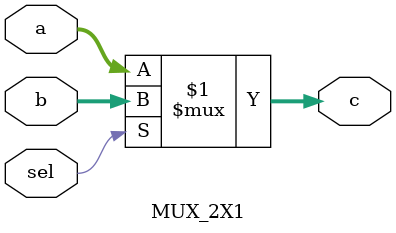
<source format=v>
module MUX_2X1 #(parameter n = 32) (input [n-1:0] a, b, input sel, output [n-1:0] c);
/*
    genvar i;
    generate 
        for(i = 0; i < n; i = i+1)begin: muxes
            MUX2 u(a[i], b[i], sel, c[i]);
    end
    endgenerate
*/
    assign c = sel? b : a;
endmodule
</source>
